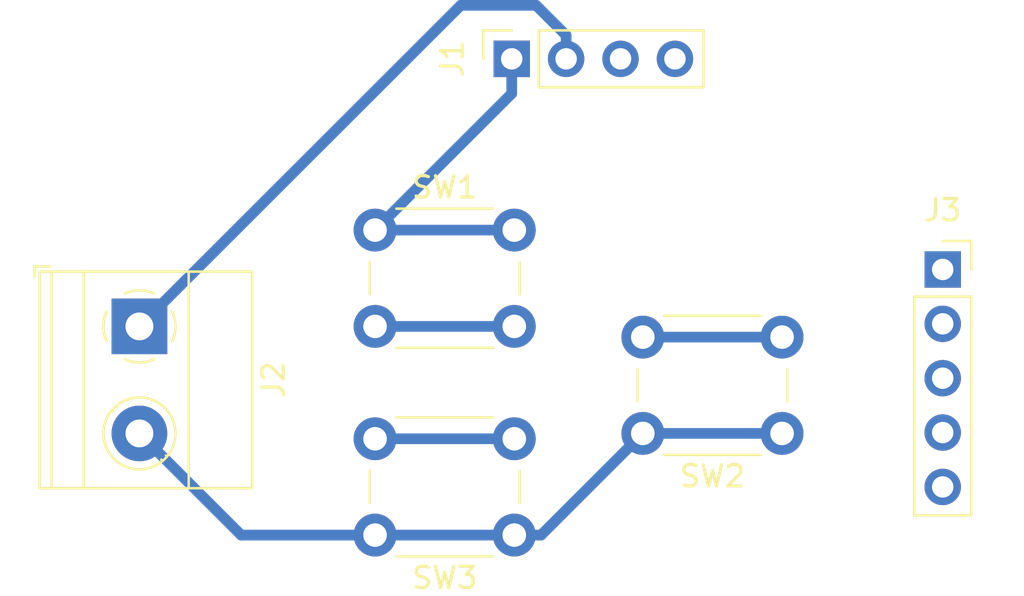
<source format=kicad_pcb>
(kicad_pcb (version 20240108) (generator "pcbnew") (generator_version "8.0")
  (layers (0 "F.Cu" signal) (31 "B.Cu" signal) (34 "B.Paste" user) (35 "F.Paste" user) (36 "B.SilkS" user "B.Silkscreen") (37 "F.SilkS" user "F.Silkscreen") (38 "B.Mask" user) (39 "F.Mask" user) (44 "Edge.Cuts" user))
  (net 0 "")
  (net 1 "GND")
  (net 2 "+3V3")
  (net 3 "Net-(J1-SCK)")
  (net 4 "Net-(J1-SDA)")
  (net 5 "Net-(J3-Pin_2)")
  (net 6 "Net-(J3-Pin_3)")
  (net 7 "Net-(J3-Pin_1)")
  (footprint "Connector_PinSocket_2.54mm:PinSocket_1x04_P2.54mm_Vertical" (layer "F.Cu") (at 144.88 90 90)
    (property "Reference" "J1" (at 0 -2.77 90) (layer "F.SilkS"))
    (property "Value" "OLED")
    (fp_line (start 1.33 -1.33) (end 1.33 0) (stroke (width 0.12)) (layer "F.SilkS"))
    (fp_line (start 0 -1.33) (end 1.33 -1.33) (stroke (width 0.12)) (layer "F.SilkS"))
    (fp_line (start 1.33 1.27) (end 1.33 8.95) (stroke (width 0.12)) (layer "F.SilkS"))
    (fp_line (start -1.33 1.27) (end 1.33 1.27) (stroke (width 0.12)) (layer "F.SilkS"))
    (fp_line (start -1.33 1.27) (end -1.33 8.95) (stroke (width 0.12)) (layer "F.SilkS"))
    (fp_line (start -1.33 8.95) (end 1.33 8.95) (stroke (width 0.12)) (layer "F.SilkS"))
    (pad "1" thru_hole rect (at 0 0 90) (size 1.7 1.7) (drill 1) (layers "*.Cu" "*.Mask") (net 1 "GND"))
    (pad "2" thru_hole oval (at 0 2.54 90) (size 1.7 1.7) (drill 1) (layers "*.Cu" "*.Mask") (net 2 "+3V3"))
    (pad "3" thru_hole oval (at 0 5.08 90) (size 1.7 1.7) (drill 1) (layers "*.Cu" "*.Mask") (net 3 "Net-(J1-SCK)"))
    (pad "4" thru_hole oval (at 0 7.62 90) (size 1.7 1.7) (drill 1) (layers "*.Cu" "*.Mask") (net 4 "Net-(J1-SDA)"))
  )
  (footprint "Connector_PinSocket_2.54mm:PinSocket_1x05_P2.54mm_Vertical" (layer "F.Cu") (at 165 99.84)
    (property "Reference" "J3" (at 0 -2.77 0) (layer "F.SilkS"))
    (property "Value" "PICO pins")
    (fp_line (start -1.33 1.27) (end -1.33 11.49) (stroke (width 0.12)) (layer "F.SilkS"))
    (fp_line (start -1.33 1.27) (end 1.33 1.27) (stroke (width 0.12)) (layer "F.SilkS"))
    (fp_line (start -1.33 11.49) (end 1.33 11.49) (stroke (width 0.12)) (layer "F.SilkS"))
    (fp_line (start 0 -1.33) (end 1.33 -1.33) (stroke (width 0.12)) (layer "F.SilkS"))
    (fp_line (start 1.33 -1.33) (end 1.33 0) (stroke (width 0.12)) (layer "F.SilkS"))
    (fp_line (start 1.33 1.27) (end 1.33 11.49) (stroke (width 0.12)) (layer "F.SilkS"))
    (pad "1" thru_hole rect (at 0 0) (size 1.7 1.7) (drill 1) (layers "*.Cu" "*.Mask") (net 7 "Net-(J3-Pin_1)"))
    (pad "2" thru_hole oval (at 0 2.54) (size 1.7 1.7) (drill 1) (layers "*.Cu" "*.Mask") (net 5 "Net-(J3-Pin_2)"))
    (pad "3" thru_hole oval (at 0 5.08) (size 1.7 1.7) (drill 1) (layers "*.Cu" "*.Mask") (net 6 "Net-(J3-Pin_3)"))
    (pad "4" thru_hole oval (at 0 7.62) (size 1.7 1.7) (drill 1) (layers "*.Cu" "*.Mask") (net 4 "Net-(J1-SDA)"))
    (pad "5" thru_hole oval (at 0 10.16) (size 1.7 1.7) (drill 1) (layers "*.Cu" "*.Mask") (net 3 "Net-(J1-SCK)"))
  )
  (footprint "TerminalBlock_Phoenix:TerminalBlock_Phoenix_MKDS-1,5-2_1x02_P5.00mm_Horizontal" (layer "F.Cu") (at 127.5 102.5 -90)
    (property "Reference" "J2" (at 2.5 -6.26 90) (layer "F.SilkS"))
    (property "Value" "POWER and GND")
    (fp_line (start -2.8 4.9) (end -2.3 4.9) (stroke (width 0.12)) (layer "F.SilkS"))
    (fp_line (start -2.56 4.66) (end 7.56 4.66) (stroke (width 0.12)) (layer "F.SilkS"))
    (fp_line (start -2.8 4.16) (end -2.8 4.9) (stroke (width 0.12)) (layer "F.SilkS"))
    (fp_line (start -2.56 4.1) (end 7.56 4.1) (stroke (width 0.12)) (layer "F.SilkS"))
    (fp_line (start -2.56 2.6) (end 7.56 2.6) (stroke (width 0.12)) (layer "F.SilkS"))
    (fp_line (start 3.966 1.239) (end 3.931 1.274) (stroke (width 0.12)) (layer "F.SilkS"))
    (fp_line (start 3.773 1.023) (end 3.726 1.069) (stroke (width 0.12)) (layer "F.SilkS"))
    (fp_line (start 6.275 -1.069) (end 6.228 -1.023) (stroke (width 0.12)) (layer "F.SilkS"))
    (fp_line (start 6.07 -1.275) (end 6.035 -1.239) (stroke (width 0.12)) (layer "F.SilkS"))
    (fp_line (start -2.56 -2.301) (end 7.56 -2.301) (stroke (width 0.12)) (layer "F.SilkS"))
    (fp_line (start -2.56 -5.261) (end -2.56 4.66) (stroke (width 0.12)) (layer "F.SilkS"))
    (fp_line (start -2.56 -5.261) (end 7.56 -5.261) (stroke (width 0.12)) (layer "F.SilkS"))
    (fp_line (start 7.56 -5.261) (end 7.56 4.66) (stroke (width 0.12)) (layer "F.SilkS"))
    (fp_arc (start 0.028805 1.680253) (mid -0.335551 1.646659) (end -0.684 1.535) (stroke (width 0.12)) (layer "F.SilkS"))
    (fp_arc (start 0.683318 1.534756) (mid 0.349292 1.643288) (end 0 1.68) (stroke (width 0.12)) (layer "F.SilkS"))
    (fp_arc (start -1.535427 0.683042) (mid -1.680501 -0.000524) (end -1.535 -0.684) (stroke (width 0.12)) (layer "F.SilkS"))
    (fp_arc (start 1.535427 -0.683042) (mid 1.680501 0.000524) (end 1.535 0.684) (stroke (width 0.12)) (layer "F.SilkS"))
    (fp_arc (start -0.683042 -1.535427) (mid 0.000524 -1.680501) (end 0.684 -1.535) (stroke (width 0.12)) (layer "F.SilkS"))
    (fp_circle (center 5 0) (end 6.68 0) (stroke (width 0.12)) (fill none) (layer "F.SilkS"))
    (pad "1" thru_hole rect (at 0 0 270) (size 2.6 2.6) (drill 1.3) (layers "*.Cu" "*.Mask") (net 2 "+3V3"))
    (pad "2" thru_hole circle (at 5 0 270) (size 2.6 2.6) (drill 1.3) (layers "*.Cu" "*.Mask") (net 1 "GND"))
  )
  (footprint "Button_Switch_THT:SW_PUSH_6mm_H4.3mm" (layer "F.Cu") (at 145 112.25 180)
    (property "Reference" "SW3" (at 3.25 -2 360) (layer "F.SilkS"))
    (property "Value" "SW_Push")
    (fp_line (start 6.75 3) (end 6.75 1.5) (stroke (width 0.12)) (layer "F.SilkS"))
    (fp_line (start 5.5 -1) (end 1 -1) (stroke (width 0.12)) (layer "F.SilkS"))
    (fp_line (start 1 5.5) (end 5.5 5.5) (stroke (width 0.12)) (layer "F.SilkS"))
    (fp_line (start -0.25 1.5) (end -0.25 3) (stroke (width 0.12)) (layer "F.SilkS"))
    (pad "1" thru_hole circle (at 0 0 270) (size 2 2) (drill 1.1) (layers "*.Cu" "*.Mask") (net 1 "GND"))
    (pad "1" thru_hole circle (at 6.5 0 270) (size 2 2) (drill 1.1) (layers "*.Cu" "*.Mask") (net 1 "GND"))
    (pad "2" thru_hole circle (at 0 4.5 270) (size 2 2) (drill 1.1) (layers "*.Cu" "*.Mask") (net 6 "Net-(J3-Pin_3)"))
    (pad "2" thru_hole circle (at 6.5 4.5 270) (size 2 2) (drill 1.1) (layers "*.Cu" "*.Mask") (net 6 "Net-(J3-Pin_3)"))
  )
  (footprint "Button_Switch_THT:SW_PUSH_6mm_H4.3mm" (layer "F.Cu") (at 157.5 107.5 180)
    (property "Reference" "SW2" (at 3.25 -2 360) (layer "F.SilkS"))
    (property "Value" "SW_Push")
    (fp_line (start 6.75 3) (end 6.75 1.5) (stroke (width 0.12)) (layer "F.SilkS"))
    (fp_line (start 5.5 -1) (end 1 -1) (stroke (width 0.12)) (layer "F.SilkS"))
    (fp_line (start 1 5.5) (end 5.5 5.5) (stroke (width 0.12)) (layer "F.SilkS"))
    (fp_line (start -0.25 1.5) (end -0.25 3) (stroke (width 0.12)) (layer "F.SilkS"))
    (pad "1" thru_hole circle (at 0 0 270) (size 2 2) (drill 1.1) (layers "*.Cu" "*.Mask") (net 1 "GND"))
    (pad "1" thru_hole circle (at 6.5 0 270) (size 2 2) (drill 1.1) (layers "*.Cu" "*.Mask") (net 1 "GND"))
    (pad "2" thru_hole circle (at 0 4.5 270) (size 2 2) (drill 1.1) (layers "*.Cu" "*.Mask") (net 5 "Net-(J3-Pin_2)"))
    (pad "2" thru_hole circle (at 6.5 4.5 270) (size 2 2) (drill 1.1) (layers "*.Cu" "*.Mask") (net 5 "Net-(J3-Pin_2)"))
  )
  (footprint "Button_Switch_THT:SW_PUSH_6mm_H4.3mm" (layer "F.Cu") (at 138.5 98)
    (property "Reference" "SW1" (at 3.25 -2 0) (layer "F.SilkS"))
    (property "Value" "SW_Push")
    (fp_line (start -0.25 1.5) (end -0.25 3) (stroke (width 0.12)) (layer "F.SilkS"))
    (fp_line (start 1 5.5) (end 5.5 5.5) (stroke (width 0.12)) (layer "F.SilkS"))
    (fp_line (start 5.5 -1) (end 1 -1) (stroke (width 0.12)) (layer "F.SilkS"))
    (fp_line (start 6.75 3) (end 6.75 1.5) (stroke (width 0.12)) (layer "F.SilkS"))
    (pad "1" thru_hole circle (at 0 0 90) (size 2 2) (drill 1.1) (layers "*.Cu" "*.Mask") (net 1 "GND"))
    (pad "1" thru_hole circle (at 6.5 0 90) (size 2 2) (drill 1.1) (layers "*.Cu" "*.Mask") (net 1 "GND"))
    (pad "2" thru_hole circle (at 0 4.5 90) (size 2 2) (drill 1.1) (layers "*.Cu" "*.Mask") (net 7 "Net-(J3-Pin_1)"))
    (pad "2" thru_hole circle (at 6.5 4.5 90) (size 2 2) (drill 1.1) (layers "*.Cu" "*.Mask") (net 7 "Net-(J3-Pin_1)"))
  )
  (segment (start 127.5 107.5) (end 132.25 112.25) (width 0.5) (layer "B.Cu") (net 1))
  (segment (start 145 98) (end 138.5 98) (width 0.5) (layer "B.Cu") (net 1))
  (segment (start 144.88 90) (end 144.88 91.62) (width 0.5) (layer "B.Cu") (net 1))
  (segment (start 138.5 112.25) (end 145 112.25) (width 0.5) (layer "B.Cu") (net 1))
  (segment (start 151 107.5) (end 146.25 112.25) (width 0.5) (layer "B.Cu") (net 1))
  (segment (start 151 107.5) (end 157.5 107.5) (width 0.5) (layer "B.Cu") (net 1))
  (segment (start 146.25 112.25) (end 145 112.25) (width 0.5) (layer "B.Cu") (net 1))
  (segment (start 144.88 91.62) (end 138.5 98) (width 0.5) (layer "B.Cu") (net 1))
  (segment (start 132.25 112.25) (end 138.5 112.25) (width 0.5) (layer "B.Cu") (net 1))
  (segment (start 147.42 88.9) (end 147.42 90) (width 0.5) (layer "B.Cu") (net 2))
  (segment (start 146.02 87.5) (end 147.42 88.9) (width 0.5) (layer "B.Cu") (net 2))
  (segment (start 127.5 102.5) (end 142.5 87.5) (width 0.5) (layer "B.Cu") (net 2))
  (segment (start 142.5 87.5) (end 146.02 87.5) (width 0.5) (layer "B.Cu") (net 2))
  (segment (start 151 103) (end 157.5 103) (width 0.5) (layer "B.Cu") (net 5))
  (segment (start 138.5 107.75) (end 145 107.75) (width 0.5) (layer "B.Cu") (net 6))
  (segment (start 138.5 102.5) (end 145 102.5) (width 0.5) (layer "B.Cu") (net 7))
)
</source>
